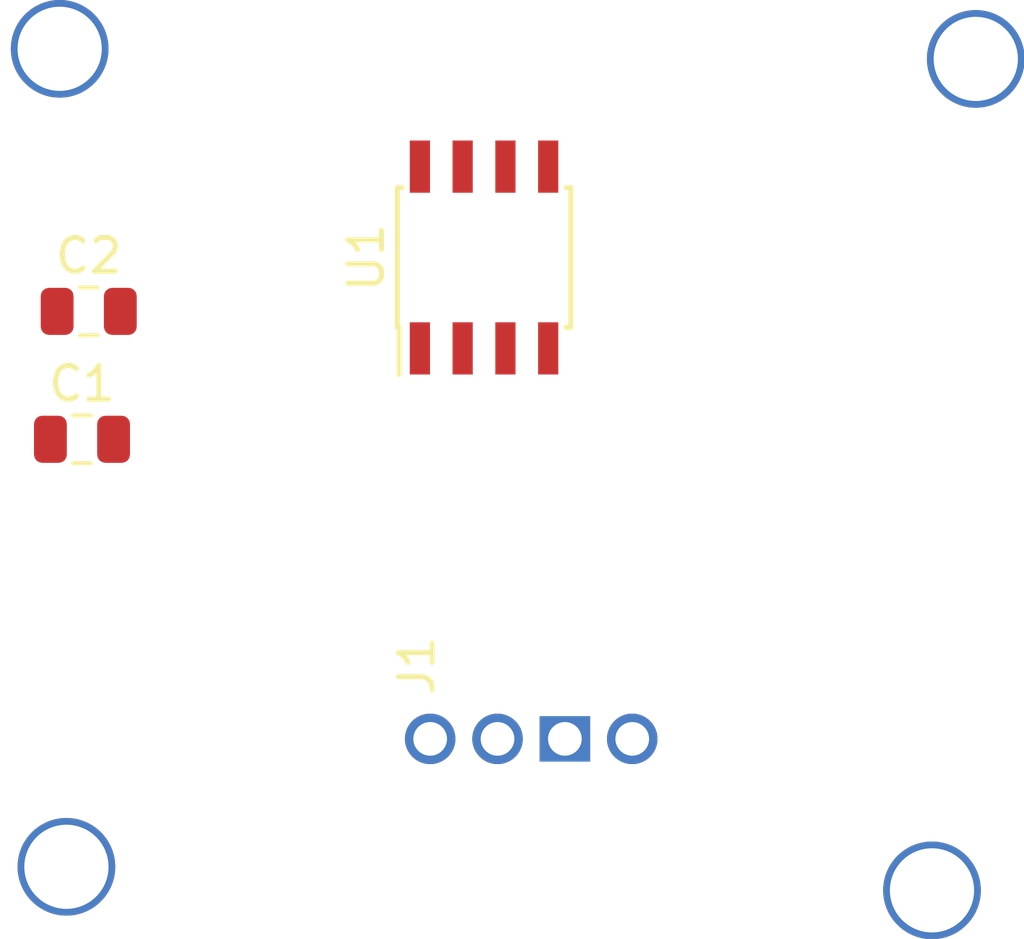
<source format=kicad_pcb>
(kicad_pcb (version 20171130) (host pcbnew "(5.0.0)")

  (general
    (thickness 1.6)
    (drawings 0)
    (tracks 0)
    (zones 0)
    (modules 8)
    (nets 8)
  )

  (page A4)
  (layers
    (0 F.Cu signal)
    (31 B.Cu signal)
    (32 B.Adhes user)
    (33 F.Adhes user)
    (34 B.Paste user)
    (35 F.Paste user)
    (36 B.SilkS user)
    (37 F.SilkS user)
    (38 B.Mask user)
    (39 F.Mask user)
    (40 Dwgs.User user)
    (41 Cmts.User user)
    (42 Eco1.User user)
    (43 Eco2.User user)
    (44 Edge.Cuts user)
    (45 Margin user)
    (46 B.CrtYd user)
    (47 F.CrtYd user)
    (48 B.Fab user)
    (49 F.Fab user)
  )

  (setup
    (last_trace_width 0.25)
    (trace_clearance 0.2)
    (zone_clearance 0.508)
    (zone_45_only no)
    (trace_min 0.2)
    (segment_width 0.2)
    (edge_width 0.15)
    (via_size 0.8)
    (via_drill 0.4)
    (via_min_size 0.4)
    (via_min_drill 0.3)
    (uvia_size 0.3)
    (uvia_drill 0.1)
    (uvias_allowed no)
    (uvia_min_size 0.2)
    (uvia_min_drill 0.1)
    (pcb_text_width 0.3)
    (pcb_text_size 1.5 1.5)
    (mod_edge_width 0.15)
    (mod_text_size 1 1)
    (mod_text_width 0.15)
    (pad_size 2.9 2.9)
    (pad_drill 2.5)
    (pad_to_mask_clearance 0.2)
    (aux_axis_origin 0 0)
    (visible_elements 7FFFFFFF)
    (pcbplotparams
      (layerselection 0x010fc_ffffffff)
      (usegerberextensions false)
      (usegerberattributes false)
      (usegerberadvancedattributes false)
      (creategerberjobfile false)
      (excludeedgelayer true)
      (linewidth 0.100000)
      (plotframeref false)
      (viasonmask false)
      (mode 1)
      (useauxorigin false)
      (hpglpennumber 1)
      (hpglpenspeed 20)
      (hpglpendiameter 15.000000)
      (psnegative false)
      (psa4output false)
      (plotreference true)
      (plotvalue true)
      (plotinvisibletext false)
      (padsonsilk false)
      (subtractmaskfromsilk false)
      (outputformat 1)
      (mirror false)
      (drillshape 1)
      (scaleselection 1)
      (outputdirectory ""))
  )

  (net 0 "")
  (net 1 +5V)
  (net 2 GND)
  (net 3 "Net-(C2-Pad1)")
  (net 4 SDA)
  (net 5 SCL)
  (net 6 "Net-(U1-Pad3)")
  (net 7 "Net-(U1-Pad5)")

  (net_class Default "This is the default net class."
    (clearance 0.2)
    (trace_width 0.25)
    (via_dia 0.8)
    (via_drill 0.4)
    (uvia_dia 0.3)
    (uvia_drill 0.1)
    (add_net +5V)
    (add_net GND)
    (add_net "Net-(C2-Pad1)")
    (add_net "Net-(U1-Pad3)")
    (add_net "Net-(U1-Pad5)")
    (add_net SCL)
    (add_net SDA)
  )

  (module Capacitor_SMD:C_0805_2012Metric (layer F.Cu) (tedit 5B36C52B) (tstamp 5C3B5CE5)
    (at 157.6625 74.4)
    (descr "Capacitor SMD 0805 (2012 Metric), square (rectangular) end terminal, IPC_7351 nominal, (Body size source: https://docs.google.com/spreadsheets/d/1BsfQQcO9C6DZCsRaXUlFlo91Tg2WpOkGARC1WS5S8t0/edit?usp=sharing), generated with kicad-footprint-generator")
    (tags capacitor)
    (path /5C1544B6)
    (attr smd)
    (fp_text reference C1 (at 0 -1.65) (layer F.SilkS)
      (effects (font (size 1 1) (thickness 0.15)))
    )
    (fp_text value 100nF (at 0 1.65) (layer F.Fab)
      (effects (font (size 1 1) (thickness 0.15)))
    )
    (fp_line (start -1 0.6) (end -1 -0.6) (layer F.Fab) (width 0.1))
    (fp_line (start -1 -0.6) (end 1 -0.6) (layer F.Fab) (width 0.1))
    (fp_line (start 1 -0.6) (end 1 0.6) (layer F.Fab) (width 0.1))
    (fp_line (start 1 0.6) (end -1 0.6) (layer F.Fab) (width 0.1))
    (fp_line (start -0.258578 -0.71) (end 0.258578 -0.71) (layer F.SilkS) (width 0.12))
    (fp_line (start -0.258578 0.71) (end 0.258578 0.71) (layer F.SilkS) (width 0.12))
    (fp_line (start -1.68 0.95) (end -1.68 -0.95) (layer F.CrtYd) (width 0.05))
    (fp_line (start -1.68 -0.95) (end 1.68 -0.95) (layer F.CrtYd) (width 0.05))
    (fp_line (start 1.68 -0.95) (end 1.68 0.95) (layer F.CrtYd) (width 0.05))
    (fp_line (start 1.68 0.95) (end -1.68 0.95) (layer F.CrtYd) (width 0.05))
    (fp_text user %R (at 0 0) (layer F.Fab)
      (effects (font (size 0.5 0.5) (thickness 0.08)))
    )
    (pad 1 smd roundrect (at -0.9375 0) (size 0.975 1.4) (layers F.Cu F.Paste F.Mask) (roundrect_rratio 0.25)
      (net 1 +5V))
    (pad 2 smd roundrect (at 0.9375 0) (size 0.975 1.4) (layers F.Cu F.Paste F.Mask) (roundrect_rratio 0.25)
      (net 2 GND))
    (model ${KISYS3DMOD}/Capacitor_SMD.3dshapes/C_0805_2012Metric.wrl
      (at (xyz 0 0 0))
      (scale (xyz 1 1 1))
      (rotate (xyz 0 0 0))
    )
  )

  (module Capacitor_SMD:C_0805_2012Metric (layer F.Cu) (tedit 5B36C52B) (tstamp 5C3B5CF6)
    (at 157.8625 70.6)
    (descr "Capacitor SMD 0805 (2012 Metric), square (rectangular) end terminal, IPC_7351 nominal, (Body size source: https://docs.google.com/spreadsheets/d/1BsfQQcO9C6DZCsRaXUlFlo91Tg2WpOkGARC1WS5S8t0/edit?usp=sharing), generated with kicad-footprint-generator")
    (tags capacitor)
    (path /5C154617)
    (attr smd)
    (fp_text reference C2 (at 0 -1.65) (layer F.SilkS)
      (effects (font (size 1 1) (thickness 0.15)))
    )
    (fp_text value 1uF (at 0 1.65) (layer F.Fab)
      (effects (font (size 1 1) (thickness 0.15)))
    )
    (fp_text user %R (at 0 0) (layer F.Fab)
      (effects (font (size 0.5 0.5) (thickness 0.08)))
    )
    (fp_line (start 1.68 0.95) (end -1.68 0.95) (layer F.CrtYd) (width 0.05))
    (fp_line (start 1.68 -0.95) (end 1.68 0.95) (layer F.CrtYd) (width 0.05))
    (fp_line (start -1.68 -0.95) (end 1.68 -0.95) (layer F.CrtYd) (width 0.05))
    (fp_line (start -1.68 0.95) (end -1.68 -0.95) (layer F.CrtYd) (width 0.05))
    (fp_line (start -0.258578 0.71) (end 0.258578 0.71) (layer F.SilkS) (width 0.12))
    (fp_line (start -0.258578 -0.71) (end 0.258578 -0.71) (layer F.SilkS) (width 0.12))
    (fp_line (start 1 0.6) (end -1 0.6) (layer F.Fab) (width 0.1))
    (fp_line (start 1 -0.6) (end 1 0.6) (layer F.Fab) (width 0.1))
    (fp_line (start -1 -0.6) (end 1 -0.6) (layer F.Fab) (width 0.1))
    (fp_line (start -1 0.6) (end -1 -0.6) (layer F.Fab) (width 0.1))
    (pad 2 smd roundrect (at 0.9375 0) (size 0.975 1.4) (layers F.Cu F.Paste F.Mask) (roundrect_rratio 0.25)
      (net 2 GND))
    (pad 1 smd roundrect (at -0.9375 0) (size 0.975 1.4) (layers F.Cu F.Paste F.Mask) (roundrect_rratio 0.25)
      (net 3 "Net-(C2-Pad1)"))
    (model ${KISYS3DMOD}/Capacitor_SMD.3dshapes/C_0805_2012Metric.wrl
      (at (xyz 0 0 0))
      (scale (xyz 1 1 1))
      (rotate (xyz 0 0 0))
    )
  )

  (module modular_segment_PCB_footprints:EthernetWireConnectors_1x04_P2.00mm_1mmDiam (layer F.Cu) (tedit 5C1550B7) (tstamp 5C3B5D02)
    (at 170 83.3 90)
    (descr "Through hole straight pin header, 1x04, 1.00mm pitch, single row")
    (tags "Through hole pin header THT 1x04 1.00mm single row")
    (path /5C155E4C)
    (fp_text reference J1 (at 2.18 -2.4 90) (layer F.SilkS)
      (effects (font (size 1 1) (thickness 0.15)))
    )
    (fp_text value Conn_01x04 (at 6.08 3.06 90) (layer F.Fab)
      (effects (font (size 1 1) (thickness 0.15)))
    )
    (fp_line (start -1.15 -3) (end -1.15 5) (layer F.CrtYd) (width 0.05))
    (fp_line (start -1.15 5) (end 1.15 5) (layer F.CrtYd) (width 0.05))
    (fp_line (start 1.15 5) (end 1.15 -3) (layer F.CrtYd) (width 0.05))
    (fp_line (start 1.15 -3) (end -1.15 -3) (layer F.CrtYd) (width 0.05))
    (pad 1 thru_hole circle (at 0 -2 90) (size 1.5 1.5) (drill 1) (layers *.Cu *.Mask)
      (net 4 SDA))
    (pad 2 thru_hole circle (at 0 0 90) (size 1.5 1.5) (drill 1) (layers *.Cu *.Mask)
      (net 1 +5V))
    (pad 3 thru_hole rect (at 0 2 90) (size 1.35 1.5) (drill 1) (layers *.Cu *.Mask)
      (net 2 GND))
    (pad 4 thru_hole oval (at 0 4 90) (size 1.5 1.5) (drill 1) (layers *.Cu *.Mask)
      (net 5 SCL))
    (model ${KISYS3DMOD}/Connector_PinHeader_1.00mm.3dshapes/PinHeader_1x04_P1.00mm_Vertical.wrl
      (at (xyz 0 0 0))
      (scale (xyz 1 1 1))
      (rotate (xyz 0 0 0))
    )
  )

  (module Package_SO:SOIC-8_3.9x4.9mm_P1.27mm (layer F.Cu) (tedit 5A02F2D3) (tstamp 5C3B5D1F)
    (at 169.6 69 90)
    (descr "8-Lead Plastic Small Outline (SN) - Narrow, 3.90 mm Body [SOIC] (see Microchip Packaging Specification 00000049BS.pdf)")
    (tags "SOIC 1.27")
    (path /5C1543A2)
    (attr smd)
    (fp_text reference U1 (at 0 -3.5 90) (layer F.SilkS)
      (effects (font (size 1 1) (thickness 0.15)))
    )
    (fp_text value AS5600_ASOM_v1 (at 0 3.5 90) (layer F.Fab)
      (effects (font (size 1 1) (thickness 0.15)))
    )
    (fp_text user %R (at 0 0 90) (layer F.Fab)
      (effects (font (size 1 1) (thickness 0.15)))
    )
    (fp_line (start -0.95 -2.45) (end 1.95 -2.45) (layer F.Fab) (width 0.1))
    (fp_line (start 1.95 -2.45) (end 1.95 2.45) (layer F.Fab) (width 0.1))
    (fp_line (start 1.95 2.45) (end -1.95 2.45) (layer F.Fab) (width 0.1))
    (fp_line (start -1.95 2.45) (end -1.95 -1.45) (layer F.Fab) (width 0.1))
    (fp_line (start -1.95 -1.45) (end -0.95 -2.45) (layer F.Fab) (width 0.1))
    (fp_line (start -3.73 -2.7) (end -3.73 2.7) (layer F.CrtYd) (width 0.05))
    (fp_line (start 3.73 -2.7) (end 3.73 2.7) (layer F.CrtYd) (width 0.05))
    (fp_line (start -3.73 -2.7) (end 3.73 -2.7) (layer F.CrtYd) (width 0.05))
    (fp_line (start -3.73 2.7) (end 3.73 2.7) (layer F.CrtYd) (width 0.05))
    (fp_line (start -2.075 -2.575) (end -2.075 -2.525) (layer F.SilkS) (width 0.15))
    (fp_line (start 2.075 -2.575) (end 2.075 -2.43) (layer F.SilkS) (width 0.15))
    (fp_line (start 2.075 2.575) (end 2.075 2.43) (layer F.SilkS) (width 0.15))
    (fp_line (start -2.075 2.575) (end -2.075 2.43) (layer F.SilkS) (width 0.15))
    (fp_line (start -2.075 -2.575) (end 2.075 -2.575) (layer F.SilkS) (width 0.15))
    (fp_line (start -2.075 2.575) (end 2.075 2.575) (layer F.SilkS) (width 0.15))
    (fp_line (start -2.075 -2.525) (end -3.475 -2.525) (layer F.SilkS) (width 0.15))
    (pad 1 smd rect (at -2.7 -1.905 90) (size 1.55 0.6) (layers F.Cu F.Paste F.Mask)
      (net 1 +5V))
    (pad 2 smd rect (at -2.7 -0.635 90) (size 1.55 0.6) (layers F.Cu F.Paste F.Mask)
      (net 3 "Net-(C2-Pad1)"))
    (pad 3 smd rect (at -2.7 0.635 90) (size 1.55 0.6) (layers F.Cu F.Paste F.Mask)
      (net 6 "Net-(U1-Pad3)"))
    (pad 4 smd rect (at -2.7 1.905 90) (size 1.55 0.6) (layers F.Cu F.Paste F.Mask)
      (net 2 GND))
    (pad 5 smd rect (at 2.7 1.905 90) (size 1.55 0.6) (layers F.Cu F.Paste F.Mask)
      (net 7 "Net-(U1-Pad5)"))
    (pad 6 smd rect (at 2.7 0.635 90) (size 1.55 0.6) (layers F.Cu F.Paste F.Mask)
      (net 4 SDA))
    (pad 7 smd rect (at 2.7 -0.635 90) (size 1.55 0.6) (layers F.Cu F.Paste F.Mask)
      (net 5 SCL))
    (pad 8 smd rect (at 2.7 -1.905 90) (size 1.55 0.6) (layers F.Cu F.Paste F.Mask)
      (net 2 GND))
    (model ${KISYS3DMOD}/Package_SO.3dshapes/SOIC-8_3.9x4.9mm_P1.27mm.wrl
      (at (xyz 0 0 0))
      (scale (xyz 1 1 1))
      (rotate (xyz 0 0 0))
    )
  )

  (module modular_segment_PCB_footprints:MountingHole_2.5mm_Pad (layer F.Cu) (tedit 5C15519B) (tstamp 5C3B5EED)
    (at 184.2 63.1)
    (descr "Mounting Hole 2.5mm")
    (tags "mounting hole 2.5mm")
    (attr virtual)
    (fp_text reference "2.5mm " (at 0.1 -2.18) (layer F.SilkS) hide
      (effects (font (size 1 1) (thickness 0.15)))
    )
    (fp_text value Hole_TR (at 0 2.34) (layer F.Fab) hide
      (effects (font (size 1 1) (thickness 0.15)))
    )
    (pad "" np_thru_hole circle (at 0 0) (size 2.9 2.9) (drill 2.5) (layers *.Cu *.Mask))
  )

  (module modular_segment_PCB_footprints:MountingHole_2.5mm_Pad (layer F.Cu) (tedit 5C1551A3) (tstamp 5C3B5F11)
    (at 157 62.8)
    (descr "Mounting Hole 2.5mm")
    (tags "mounting hole 2.5mm")
    (attr virtual)
    (fp_text reference "2.5mm " (at 0.1 -2.18) (layer F.SilkS) hide
      (effects (font (size 1 1) (thickness 0.15)))
    )
    (fp_text value Hole_TL (at 0 2.34) (layer F.Fab) hide
      (effects (font (size 1 1) (thickness 0.15)))
    )
    (pad "" np_thru_hole circle (at 0 0) (size 2.9 2.9) (drill 2.5) (layers *.Cu *.Mask))
  )

  (module modular_segment_PCB_footprints:MountingHole_2.5mm_Pad (layer F.Cu) (tedit 5C15518E) (tstamp 5C3B5F1F)
    (at 157.2 87.1)
    (descr "Mounting Hole 2.5mm")
    (tags "mounting hole 2.5mm")
    (attr virtual)
    (fp_text reference "2.5mm " (at 0.1 -2.18) (layer F.SilkS) hide
      (effects (font (size 1 1) (thickness 0.15)))
    )
    (fp_text value Hole_BL (at 0 2.34) (layer F.Fab) hide
      (effects (font (size 1 1) (thickness 0.15)))
    )
    (pad "" np_thru_hole circle (at 0 0) (size 2.9 2.9) (drill 2.5) (layers *.Cu *.Mask))
  )

  (module modular_segment_PCB_footprints:MountingHole_2.5mm_Pad (layer F.Cu) (tedit 5C155194) (tstamp 5C3B5F2B)
    (at 182.9 87.8)
    (descr "Mounting Hole 2.5mm")
    (tags "mounting hole 2.5mm")
    (attr virtual)
    (fp_text reference "2.5mm " (at 0.1 -2.18) (layer F.SilkS) hide
      (effects (font (size 1 1) (thickness 0.15)))
    )
    (fp_text value Hole_BR (at 0 2.34) (layer F.Fab) hide
      (effects (font (size 1 1) (thickness 0.15)))
    )
    (pad "" np_thru_hole circle (at 0 0) (size 2.9 2.9) (drill 2.5) (layers *.Cu *.Mask))
  )

)

</source>
